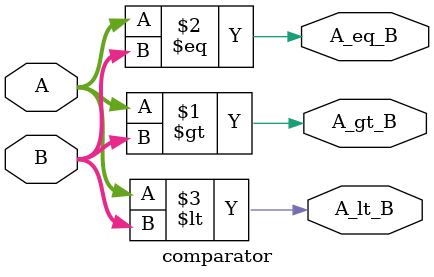
<source format=v>
`timescale 1ns / 1ps


module comparator(
    input [3:0] A,
    input [3:0] B,
    output wire A_gt_B,
    output wire A_eq_B,
    output wire A_lt_B
);

assign A_gt_B = (A > B);
assign A_eq_B = (A == B);
assign A_lt_B = (A < B);

endmodule

</source>
